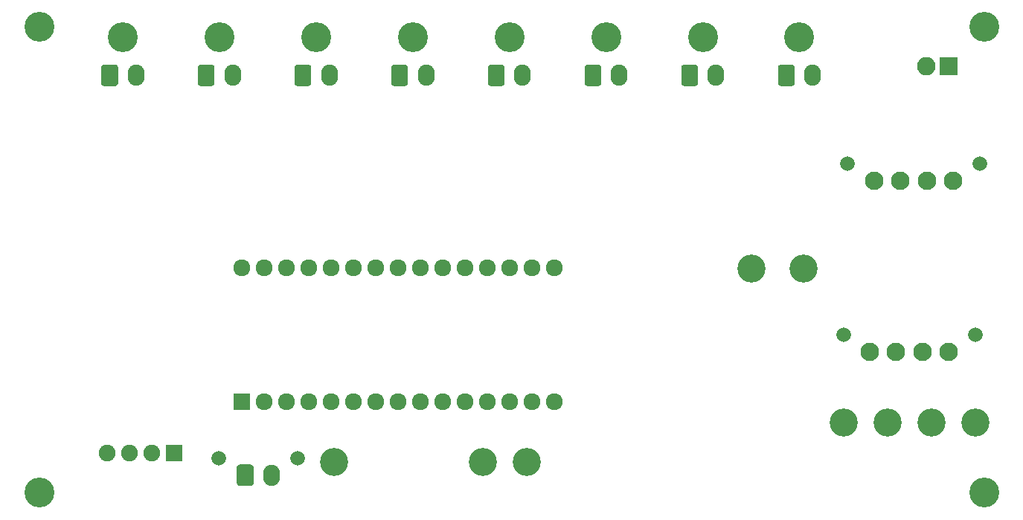
<source format=gbs>
G04 #@! TF.GenerationSoftware,KiCad,Pcbnew,(5.1.5)-3*
G04 #@! TF.CreationDate,2020-02-15T15:27:20-06:00*
G04 #@! TF.ProjectId,RTDTemp,52544454-656d-4702-9e6b-696361645f70,Rev1.2+*
G04 #@! TF.SameCoordinates,Original*
G04 #@! TF.FileFunction,Soldermask,Bot*
G04 #@! TF.FilePolarity,Negative*
%FSLAX46Y46*%
G04 Gerber Fmt 4.6, Leading zero omitted, Abs format (unit mm)*
G04 Created by KiCad (PCBNEW (5.1.5)-3) date 2020-02-15 15:27:20*
%MOMM*%
%LPD*%
G04 APERTURE LIST*
%ADD10C,1.924000*%
%ADD11R,1.924000X1.924000*%
%ADD12C,2.100000*%
%ADD13C,1.670000*%
%ADD14C,3.200000*%
%ADD15R,2.100000X2.100000*%
%ADD16O,2.100000X2.100000*%
%ADD17C,1.908000*%
%ADD18R,1.924000X1.908000*%
%ADD19C,3.400000*%
%ADD20O,1.900000X2.420000*%
%ADD21C,0.100000*%
G04 APERTURE END LIST*
D10*
X129120000Y-81126000D03*
X131660000Y-81126000D03*
X134200000Y-81126000D03*
X136740000Y-81126000D03*
X139280000Y-81126000D03*
X141820000Y-81126000D03*
X144360000Y-81126000D03*
X146900000Y-81126000D03*
X149440000Y-81126000D03*
X151980000Y-81126000D03*
X154520000Y-81126000D03*
X157060000Y-81126000D03*
X159600000Y-81126000D03*
X162140000Y-81126000D03*
X164680000Y-81126000D03*
X164680000Y-96366000D03*
X162140000Y-96366000D03*
X159600000Y-96366000D03*
X157060000Y-96366000D03*
X154520000Y-96366000D03*
X151980000Y-96366000D03*
X149440000Y-96366000D03*
X146900000Y-96366000D03*
X144360000Y-96366000D03*
X141820000Y-96366000D03*
X139280000Y-96366000D03*
X136740000Y-96366000D03*
X134200000Y-96366000D03*
X131660000Y-96366000D03*
D11*
X129120000Y-96366000D03*
D12*
X210050000Y-71215000D03*
D13*
X213050000Y-69255000D03*
D12*
X201050000Y-71215000D03*
X204050000Y-71215000D03*
X207050000Y-71215000D03*
D13*
X198050000Y-69255000D03*
D14*
X156550000Y-103215000D03*
X212550000Y-98715000D03*
X207550000Y-98715000D03*
X161550000Y-103215000D03*
X139550000Y-103215000D03*
X187050000Y-81215000D03*
X202550000Y-98715000D03*
X197550000Y-98715000D03*
X193050000Y-81215000D03*
D15*
X209550000Y-58215000D03*
D16*
X207010000Y-58215000D03*
D17*
X113740000Y-102215000D03*
X116280000Y-102215000D03*
X118820000Y-102215000D03*
D18*
X121360000Y-102215000D03*
D19*
X213550000Y-106715000D03*
X106050000Y-106715000D03*
X213550000Y-53715000D03*
X106050000Y-53715000D03*
D20*
X161050000Y-59215000D03*
D21*
G36*
X158714372Y-58006525D02*
G01*
X158745112Y-58011085D01*
X158775257Y-58018636D01*
X158804516Y-58029105D01*
X158832609Y-58042392D01*
X158859264Y-58058368D01*
X158884224Y-58076880D01*
X158907250Y-58097750D01*
X158928120Y-58120776D01*
X158946632Y-58145736D01*
X158962608Y-58172391D01*
X158975895Y-58200484D01*
X158986364Y-58229743D01*
X158993915Y-58259888D01*
X158998475Y-58290628D01*
X159000000Y-58321667D01*
X159000000Y-60108333D01*
X158998475Y-60139372D01*
X158993915Y-60170112D01*
X158986364Y-60200257D01*
X158975895Y-60229516D01*
X158962608Y-60257609D01*
X158946632Y-60284264D01*
X158928120Y-60309224D01*
X158907250Y-60332250D01*
X158884224Y-60353120D01*
X158859264Y-60371632D01*
X158832609Y-60387608D01*
X158804516Y-60400895D01*
X158775257Y-60411364D01*
X158745112Y-60418915D01*
X158714372Y-60423475D01*
X158683333Y-60425000D01*
X157416667Y-60425000D01*
X157385628Y-60423475D01*
X157354888Y-60418915D01*
X157324743Y-60411364D01*
X157295484Y-60400895D01*
X157267391Y-60387608D01*
X157240736Y-60371632D01*
X157215776Y-60353120D01*
X157192750Y-60332250D01*
X157171880Y-60309224D01*
X157153368Y-60284264D01*
X157137392Y-60257609D01*
X157124105Y-60229516D01*
X157113636Y-60200257D01*
X157106085Y-60170112D01*
X157101525Y-60139372D01*
X157100000Y-60108333D01*
X157100000Y-58321667D01*
X157101525Y-58290628D01*
X157106085Y-58259888D01*
X157113636Y-58229743D01*
X157124105Y-58200484D01*
X157137392Y-58172391D01*
X157153368Y-58145736D01*
X157171880Y-58120776D01*
X157192750Y-58097750D01*
X157215776Y-58076880D01*
X157240736Y-58058368D01*
X157267391Y-58042392D01*
X157295484Y-58029105D01*
X157324743Y-58018636D01*
X157354888Y-58011085D01*
X157385628Y-58006525D01*
X157416667Y-58005000D01*
X158683333Y-58005000D01*
X158714372Y-58006525D01*
G37*
D19*
X159550000Y-54895000D03*
D20*
X172050000Y-59215000D03*
D21*
G36*
X169714372Y-58006525D02*
G01*
X169745112Y-58011085D01*
X169775257Y-58018636D01*
X169804516Y-58029105D01*
X169832609Y-58042392D01*
X169859264Y-58058368D01*
X169884224Y-58076880D01*
X169907250Y-58097750D01*
X169928120Y-58120776D01*
X169946632Y-58145736D01*
X169962608Y-58172391D01*
X169975895Y-58200484D01*
X169986364Y-58229743D01*
X169993915Y-58259888D01*
X169998475Y-58290628D01*
X170000000Y-58321667D01*
X170000000Y-60108333D01*
X169998475Y-60139372D01*
X169993915Y-60170112D01*
X169986364Y-60200257D01*
X169975895Y-60229516D01*
X169962608Y-60257609D01*
X169946632Y-60284264D01*
X169928120Y-60309224D01*
X169907250Y-60332250D01*
X169884224Y-60353120D01*
X169859264Y-60371632D01*
X169832609Y-60387608D01*
X169804516Y-60400895D01*
X169775257Y-60411364D01*
X169745112Y-60418915D01*
X169714372Y-60423475D01*
X169683333Y-60425000D01*
X168416667Y-60425000D01*
X168385628Y-60423475D01*
X168354888Y-60418915D01*
X168324743Y-60411364D01*
X168295484Y-60400895D01*
X168267391Y-60387608D01*
X168240736Y-60371632D01*
X168215776Y-60353120D01*
X168192750Y-60332250D01*
X168171880Y-60309224D01*
X168153368Y-60284264D01*
X168137392Y-60257609D01*
X168124105Y-60229516D01*
X168113636Y-60200257D01*
X168106085Y-60170112D01*
X168101525Y-60139372D01*
X168100000Y-60108333D01*
X168100000Y-58321667D01*
X168101525Y-58290628D01*
X168106085Y-58259888D01*
X168113636Y-58229743D01*
X168124105Y-58200484D01*
X168137392Y-58172391D01*
X168153368Y-58145736D01*
X168171880Y-58120776D01*
X168192750Y-58097750D01*
X168215776Y-58076880D01*
X168240736Y-58058368D01*
X168267391Y-58042392D01*
X168295484Y-58029105D01*
X168324743Y-58018636D01*
X168354888Y-58011085D01*
X168385628Y-58006525D01*
X168416667Y-58005000D01*
X169683333Y-58005000D01*
X169714372Y-58006525D01*
G37*
D19*
X170550000Y-54895000D03*
D20*
X183050000Y-59215000D03*
D21*
G36*
X180714372Y-58006525D02*
G01*
X180745112Y-58011085D01*
X180775257Y-58018636D01*
X180804516Y-58029105D01*
X180832609Y-58042392D01*
X180859264Y-58058368D01*
X180884224Y-58076880D01*
X180907250Y-58097750D01*
X180928120Y-58120776D01*
X180946632Y-58145736D01*
X180962608Y-58172391D01*
X180975895Y-58200484D01*
X180986364Y-58229743D01*
X180993915Y-58259888D01*
X180998475Y-58290628D01*
X181000000Y-58321667D01*
X181000000Y-60108333D01*
X180998475Y-60139372D01*
X180993915Y-60170112D01*
X180986364Y-60200257D01*
X180975895Y-60229516D01*
X180962608Y-60257609D01*
X180946632Y-60284264D01*
X180928120Y-60309224D01*
X180907250Y-60332250D01*
X180884224Y-60353120D01*
X180859264Y-60371632D01*
X180832609Y-60387608D01*
X180804516Y-60400895D01*
X180775257Y-60411364D01*
X180745112Y-60418915D01*
X180714372Y-60423475D01*
X180683333Y-60425000D01*
X179416667Y-60425000D01*
X179385628Y-60423475D01*
X179354888Y-60418915D01*
X179324743Y-60411364D01*
X179295484Y-60400895D01*
X179267391Y-60387608D01*
X179240736Y-60371632D01*
X179215776Y-60353120D01*
X179192750Y-60332250D01*
X179171880Y-60309224D01*
X179153368Y-60284264D01*
X179137392Y-60257609D01*
X179124105Y-60229516D01*
X179113636Y-60200257D01*
X179106085Y-60170112D01*
X179101525Y-60139372D01*
X179100000Y-60108333D01*
X179100000Y-58321667D01*
X179101525Y-58290628D01*
X179106085Y-58259888D01*
X179113636Y-58229743D01*
X179124105Y-58200484D01*
X179137392Y-58172391D01*
X179153368Y-58145736D01*
X179171880Y-58120776D01*
X179192750Y-58097750D01*
X179215776Y-58076880D01*
X179240736Y-58058368D01*
X179267391Y-58042392D01*
X179295484Y-58029105D01*
X179324743Y-58018636D01*
X179354888Y-58011085D01*
X179385628Y-58006525D01*
X179416667Y-58005000D01*
X180683333Y-58005000D01*
X180714372Y-58006525D01*
G37*
D19*
X181550000Y-54895000D03*
D20*
X194050000Y-59215000D03*
D21*
G36*
X191714372Y-58006525D02*
G01*
X191745112Y-58011085D01*
X191775257Y-58018636D01*
X191804516Y-58029105D01*
X191832609Y-58042392D01*
X191859264Y-58058368D01*
X191884224Y-58076880D01*
X191907250Y-58097750D01*
X191928120Y-58120776D01*
X191946632Y-58145736D01*
X191962608Y-58172391D01*
X191975895Y-58200484D01*
X191986364Y-58229743D01*
X191993915Y-58259888D01*
X191998475Y-58290628D01*
X192000000Y-58321667D01*
X192000000Y-60108333D01*
X191998475Y-60139372D01*
X191993915Y-60170112D01*
X191986364Y-60200257D01*
X191975895Y-60229516D01*
X191962608Y-60257609D01*
X191946632Y-60284264D01*
X191928120Y-60309224D01*
X191907250Y-60332250D01*
X191884224Y-60353120D01*
X191859264Y-60371632D01*
X191832609Y-60387608D01*
X191804516Y-60400895D01*
X191775257Y-60411364D01*
X191745112Y-60418915D01*
X191714372Y-60423475D01*
X191683333Y-60425000D01*
X190416667Y-60425000D01*
X190385628Y-60423475D01*
X190354888Y-60418915D01*
X190324743Y-60411364D01*
X190295484Y-60400895D01*
X190267391Y-60387608D01*
X190240736Y-60371632D01*
X190215776Y-60353120D01*
X190192750Y-60332250D01*
X190171880Y-60309224D01*
X190153368Y-60284264D01*
X190137392Y-60257609D01*
X190124105Y-60229516D01*
X190113636Y-60200257D01*
X190106085Y-60170112D01*
X190101525Y-60139372D01*
X190100000Y-60108333D01*
X190100000Y-58321667D01*
X190101525Y-58290628D01*
X190106085Y-58259888D01*
X190113636Y-58229743D01*
X190124105Y-58200484D01*
X190137392Y-58172391D01*
X190153368Y-58145736D01*
X190171880Y-58120776D01*
X190192750Y-58097750D01*
X190215776Y-58076880D01*
X190240736Y-58058368D01*
X190267391Y-58042392D01*
X190295484Y-58029105D01*
X190324743Y-58018636D01*
X190354888Y-58011085D01*
X190385628Y-58006525D01*
X190416667Y-58005000D01*
X191683333Y-58005000D01*
X191714372Y-58006525D01*
G37*
D19*
X192550000Y-54895000D03*
D20*
X139050000Y-59215000D03*
D21*
G36*
X136714372Y-58006525D02*
G01*
X136745112Y-58011085D01*
X136775257Y-58018636D01*
X136804516Y-58029105D01*
X136832609Y-58042392D01*
X136859264Y-58058368D01*
X136884224Y-58076880D01*
X136907250Y-58097750D01*
X136928120Y-58120776D01*
X136946632Y-58145736D01*
X136962608Y-58172391D01*
X136975895Y-58200484D01*
X136986364Y-58229743D01*
X136993915Y-58259888D01*
X136998475Y-58290628D01*
X137000000Y-58321667D01*
X137000000Y-60108333D01*
X136998475Y-60139372D01*
X136993915Y-60170112D01*
X136986364Y-60200257D01*
X136975895Y-60229516D01*
X136962608Y-60257609D01*
X136946632Y-60284264D01*
X136928120Y-60309224D01*
X136907250Y-60332250D01*
X136884224Y-60353120D01*
X136859264Y-60371632D01*
X136832609Y-60387608D01*
X136804516Y-60400895D01*
X136775257Y-60411364D01*
X136745112Y-60418915D01*
X136714372Y-60423475D01*
X136683333Y-60425000D01*
X135416667Y-60425000D01*
X135385628Y-60423475D01*
X135354888Y-60418915D01*
X135324743Y-60411364D01*
X135295484Y-60400895D01*
X135267391Y-60387608D01*
X135240736Y-60371632D01*
X135215776Y-60353120D01*
X135192750Y-60332250D01*
X135171880Y-60309224D01*
X135153368Y-60284264D01*
X135137392Y-60257609D01*
X135124105Y-60229516D01*
X135113636Y-60200257D01*
X135106085Y-60170112D01*
X135101525Y-60139372D01*
X135100000Y-60108333D01*
X135100000Y-58321667D01*
X135101525Y-58290628D01*
X135106085Y-58259888D01*
X135113636Y-58229743D01*
X135124105Y-58200484D01*
X135137392Y-58172391D01*
X135153368Y-58145736D01*
X135171880Y-58120776D01*
X135192750Y-58097750D01*
X135215776Y-58076880D01*
X135240736Y-58058368D01*
X135267391Y-58042392D01*
X135295484Y-58029105D01*
X135324743Y-58018636D01*
X135354888Y-58011085D01*
X135385628Y-58006525D01*
X135416667Y-58005000D01*
X136683333Y-58005000D01*
X136714372Y-58006525D01*
G37*
D19*
X137550000Y-54895000D03*
D13*
X197550000Y-88755000D03*
D12*
X206550000Y-90715000D03*
X203550000Y-90715000D03*
X200550000Y-90715000D03*
D13*
X212550000Y-88755000D03*
D12*
X209550000Y-90715000D03*
D20*
X150050000Y-59215000D03*
D21*
G36*
X147714372Y-58006525D02*
G01*
X147745112Y-58011085D01*
X147775257Y-58018636D01*
X147804516Y-58029105D01*
X147832609Y-58042392D01*
X147859264Y-58058368D01*
X147884224Y-58076880D01*
X147907250Y-58097750D01*
X147928120Y-58120776D01*
X147946632Y-58145736D01*
X147962608Y-58172391D01*
X147975895Y-58200484D01*
X147986364Y-58229743D01*
X147993915Y-58259888D01*
X147998475Y-58290628D01*
X148000000Y-58321667D01*
X148000000Y-60108333D01*
X147998475Y-60139372D01*
X147993915Y-60170112D01*
X147986364Y-60200257D01*
X147975895Y-60229516D01*
X147962608Y-60257609D01*
X147946632Y-60284264D01*
X147928120Y-60309224D01*
X147907250Y-60332250D01*
X147884224Y-60353120D01*
X147859264Y-60371632D01*
X147832609Y-60387608D01*
X147804516Y-60400895D01*
X147775257Y-60411364D01*
X147745112Y-60418915D01*
X147714372Y-60423475D01*
X147683333Y-60425000D01*
X146416667Y-60425000D01*
X146385628Y-60423475D01*
X146354888Y-60418915D01*
X146324743Y-60411364D01*
X146295484Y-60400895D01*
X146267391Y-60387608D01*
X146240736Y-60371632D01*
X146215776Y-60353120D01*
X146192750Y-60332250D01*
X146171880Y-60309224D01*
X146153368Y-60284264D01*
X146137392Y-60257609D01*
X146124105Y-60229516D01*
X146113636Y-60200257D01*
X146106085Y-60170112D01*
X146101525Y-60139372D01*
X146100000Y-60108333D01*
X146100000Y-58321667D01*
X146101525Y-58290628D01*
X146106085Y-58259888D01*
X146113636Y-58229743D01*
X146124105Y-58200484D01*
X146137392Y-58172391D01*
X146153368Y-58145736D01*
X146171880Y-58120776D01*
X146192750Y-58097750D01*
X146215776Y-58076880D01*
X146240736Y-58058368D01*
X146267391Y-58042392D01*
X146295484Y-58029105D01*
X146324743Y-58018636D01*
X146354888Y-58011085D01*
X146385628Y-58006525D01*
X146416667Y-58005000D01*
X147683333Y-58005000D01*
X147714372Y-58006525D01*
G37*
D19*
X148550000Y-54895000D03*
D20*
X117050000Y-59215000D03*
D21*
G36*
X114714372Y-58006525D02*
G01*
X114745112Y-58011085D01*
X114775257Y-58018636D01*
X114804516Y-58029105D01*
X114832609Y-58042392D01*
X114859264Y-58058368D01*
X114884224Y-58076880D01*
X114907250Y-58097750D01*
X114928120Y-58120776D01*
X114946632Y-58145736D01*
X114962608Y-58172391D01*
X114975895Y-58200484D01*
X114986364Y-58229743D01*
X114993915Y-58259888D01*
X114998475Y-58290628D01*
X115000000Y-58321667D01*
X115000000Y-60108333D01*
X114998475Y-60139372D01*
X114993915Y-60170112D01*
X114986364Y-60200257D01*
X114975895Y-60229516D01*
X114962608Y-60257609D01*
X114946632Y-60284264D01*
X114928120Y-60309224D01*
X114907250Y-60332250D01*
X114884224Y-60353120D01*
X114859264Y-60371632D01*
X114832609Y-60387608D01*
X114804516Y-60400895D01*
X114775257Y-60411364D01*
X114745112Y-60418915D01*
X114714372Y-60423475D01*
X114683333Y-60425000D01*
X113416667Y-60425000D01*
X113385628Y-60423475D01*
X113354888Y-60418915D01*
X113324743Y-60411364D01*
X113295484Y-60400895D01*
X113267391Y-60387608D01*
X113240736Y-60371632D01*
X113215776Y-60353120D01*
X113192750Y-60332250D01*
X113171880Y-60309224D01*
X113153368Y-60284264D01*
X113137392Y-60257609D01*
X113124105Y-60229516D01*
X113113636Y-60200257D01*
X113106085Y-60170112D01*
X113101525Y-60139372D01*
X113100000Y-60108333D01*
X113100000Y-58321667D01*
X113101525Y-58290628D01*
X113106085Y-58259888D01*
X113113636Y-58229743D01*
X113124105Y-58200484D01*
X113137392Y-58172391D01*
X113153368Y-58145736D01*
X113171880Y-58120776D01*
X113192750Y-58097750D01*
X113215776Y-58076880D01*
X113240736Y-58058368D01*
X113267391Y-58042392D01*
X113295484Y-58029105D01*
X113324743Y-58018636D01*
X113354888Y-58011085D01*
X113385628Y-58006525D01*
X113416667Y-58005000D01*
X114683333Y-58005000D01*
X114714372Y-58006525D01*
G37*
D19*
X115550000Y-54895000D03*
D20*
X128050000Y-59215000D03*
D21*
G36*
X125714372Y-58006525D02*
G01*
X125745112Y-58011085D01*
X125775257Y-58018636D01*
X125804516Y-58029105D01*
X125832609Y-58042392D01*
X125859264Y-58058368D01*
X125884224Y-58076880D01*
X125907250Y-58097750D01*
X125928120Y-58120776D01*
X125946632Y-58145736D01*
X125962608Y-58172391D01*
X125975895Y-58200484D01*
X125986364Y-58229743D01*
X125993915Y-58259888D01*
X125998475Y-58290628D01*
X126000000Y-58321667D01*
X126000000Y-60108333D01*
X125998475Y-60139372D01*
X125993915Y-60170112D01*
X125986364Y-60200257D01*
X125975895Y-60229516D01*
X125962608Y-60257609D01*
X125946632Y-60284264D01*
X125928120Y-60309224D01*
X125907250Y-60332250D01*
X125884224Y-60353120D01*
X125859264Y-60371632D01*
X125832609Y-60387608D01*
X125804516Y-60400895D01*
X125775257Y-60411364D01*
X125745112Y-60418915D01*
X125714372Y-60423475D01*
X125683333Y-60425000D01*
X124416667Y-60425000D01*
X124385628Y-60423475D01*
X124354888Y-60418915D01*
X124324743Y-60411364D01*
X124295484Y-60400895D01*
X124267391Y-60387608D01*
X124240736Y-60371632D01*
X124215776Y-60353120D01*
X124192750Y-60332250D01*
X124171880Y-60309224D01*
X124153368Y-60284264D01*
X124137392Y-60257609D01*
X124124105Y-60229516D01*
X124113636Y-60200257D01*
X124106085Y-60170112D01*
X124101525Y-60139372D01*
X124100000Y-60108333D01*
X124100000Y-58321667D01*
X124101525Y-58290628D01*
X124106085Y-58259888D01*
X124113636Y-58229743D01*
X124124105Y-58200484D01*
X124137392Y-58172391D01*
X124153368Y-58145736D01*
X124171880Y-58120776D01*
X124192750Y-58097750D01*
X124215776Y-58076880D01*
X124240736Y-58058368D01*
X124267391Y-58042392D01*
X124295484Y-58029105D01*
X124324743Y-58018636D01*
X124354888Y-58011085D01*
X124385628Y-58006525D01*
X124416667Y-58005000D01*
X125683333Y-58005000D01*
X125714372Y-58006525D01*
G37*
D19*
X126550000Y-54895000D03*
D13*
X126485000Y-102765000D03*
X135485000Y-102765000D03*
D21*
G36*
X130149372Y-103516525D02*
G01*
X130180112Y-103521085D01*
X130210257Y-103528636D01*
X130239516Y-103539105D01*
X130267609Y-103552392D01*
X130294264Y-103568368D01*
X130319224Y-103586880D01*
X130342250Y-103607750D01*
X130363120Y-103630776D01*
X130381632Y-103655736D01*
X130397608Y-103682391D01*
X130410895Y-103710484D01*
X130421364Y-103739743D01*
X130428915Y-103769888D01*
X130433475Y-103800628D01*
X130435000Y-103831667D01*
X130435000Y-105618333D01*
X130433475Y-105649372D01*
X130428915Y-105680112D01*
X130421364Y-105710257D01*
X130410895Y-105739516D01*
X130397608Y-105767609D01*
X130381632Y-105794264D01*
X130363120Y-105819224D01*
X130342250Y-105842250D01*
X130319224Y-105863120D01*
X130294264Y-105881632D01*
X130267609Y-105897608D01*
X130239516Y-105910895D01*
X130210257Y-105921364D01*
X130180112Y-105928915D01*
X130149372Y-105933475D01*
X130118333Y-105935000D01*
X128851667Y-105935000D01*
X128820628Y-105933475D01*
X128789888Y-105928915D01*
X128759743Y-105921364D01*
X128730484Y-105910895D01*
X128702391Y-105897608D01*
X128675736Y-105881632D01*
X128650776Y-105863120D01*
X128627750Y-105842250D01*
X128606880Y-105819224D01*
X128588368Y-105794264D01*
X128572392Y-105767609D01*
X128559105Y-105739516D01*
X128548636Y-105710257D01*
X128541085Y-105680112D01*
X128536525Y-105649372D01*
X128535000Y-105618333D01*
X128535000Y-103831667D01*
X128536525Y-103800628D01*
X128541085Y-103769888D01*
X128548636Y-103739743D01*
X128559105Y-103710484D01*
X128572392Y-103682391D01*
X128588368Y-103655736D01*
X128606880Y-103630776D01*
X128627750Y-103607750D01*
X128650776Y-103586880D01*
X128675736Y-103568368D01*
X128702391Y-103552392D01*
X128730484Y-103539105D01*
X128759743Y-103528636D01*
X128789888Y-103521085D01*
X128820628Y-103516525D01*
X128851667Y-103515000D01*
X130118333Y-103515000D01*
X130149372Y-103516525D01*
G37*
D20*
X132485000Y-104725000D03*
M02*

</source>
